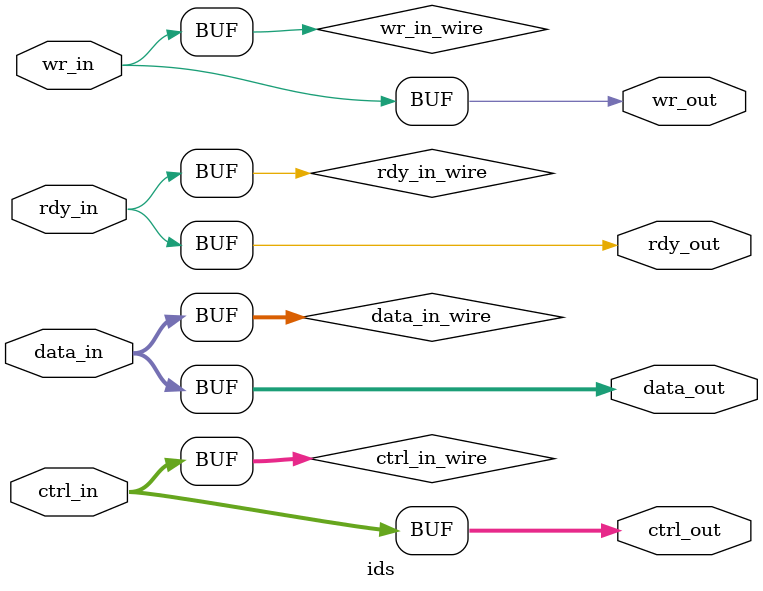
<source format=v>
`timescale 1ns / 1ps
module ids
	#(parameter DATA_WIDTH = 64,
      parameter CTRL_WIDTH=DATA_WIDTH/8,
      parameter UDP_REG_SRC_WIDTH = 2,
      parameter STAGE_NUMBER = 2,
      parameter NUM_QUEUES = 8
      )
	  
	(
	  //From the Input Arbiter
	  input  [DATA_WIDTH-1:0] data_in,    //connect to input_arbiter out_data
	  input  [CTRL_WIDTH-1:0] ctrl_in,    //connect to input_arbiter out_ctrl
      input                   wr_in,      //connect to input_arbiter out_wr
      output                  rdy_out,    //connect to input_arbiter out_rdy
  
	  //To the Output Port Lookup
      output [DATA_WIDTH-1:0] data_out,   //connect to output_port_lookup in_data
      output [CTRL_WIDTH-1:0] ctrl_out,   //connect to output_port_lookup in_ctrl
      output                  wr_out,     //connect to output_port_lookup in_wr
      input                   rdy_in      //connect to output_port_lookup in_rdy
	
	
	);


    // Wire types for signals
    wire [DATA_WIDTH-1:0] data_in_wire;
    wire [CTRL_WIDTH-1:0] ctrl_in_wire;
    wire wr_in_wire;
    wire rdy_in_wire;

    wire [DATA_WIDTH-1:0] data_out_wire;
    wire [CTRL_WIDTH-1:0] ctrl_out_wire;
    wire wr_out_wire;
    wire rdy_out_wire;

    // Assign inputs to wires
    assign data_in_wire = data_in;
    assign ctrl_in_wire = ctrl_in;
    assign wr_in_wire   = wr_in;
    assign rdy_in_wire  = rdy_in;

    // Passthrough logic (Connect outputs with the corresponding wire)
    assign data_out = data_in_wire;
    assign ctrl_out = ctrl_in_wire;
    assign wr_out   = wr_in_wire;
    assign rdy_out  = rdy_in_wire;


endmodule


</source>
